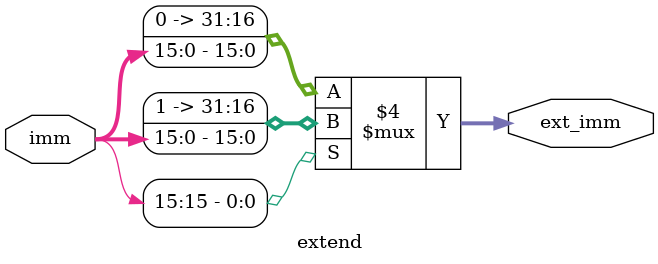
<source format=v>
`timescale 1ns / 1ps


module extend(      //lÁ¢¼´Êý·ûºÅÀ©Õ¹Ä£¿é
    input [15:0] imm,
    output reg [31:0] ext_imm
    );
always @(*) begin
    if (imm[15] == 1) // Èç¹û·ûºÅÎ»Îª1£¬±íÊ¾¸ºÊý£¬ÐèÒª½øÐÐ·ûºÅÀ©Õ¹
        ext_imm = {16'b1111111111111111, imm}; // ÔÚ¸ßÎ»Ìî³ä1£¬µÃµ½32Î»ÓÐ·ûºÅÊý
    else // Èç¹û·ûºÅÎ»Îª0£¬±íÊ¾ÕýÊý£¬²»ÐèÒª½øÐÐ·ûºÅÀ©Õ¹
        ext_imm = {16'b0000000000000000, imm}; // ÔÚ¸ßÎ»Ìî³ä0£¬µÃµ½32Î»ÓÐ·ûºÅÊý
end
endmodule

</source>
